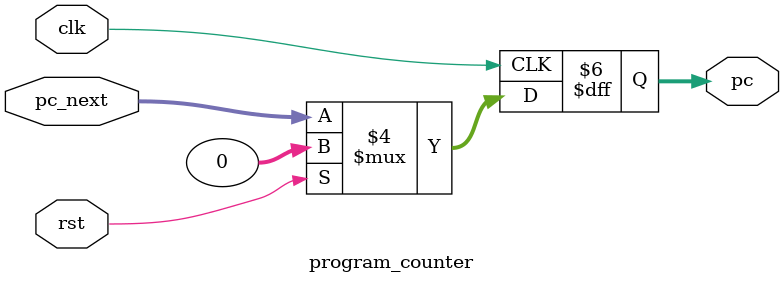
<source format=v>
module program_counter (
    input clk,
    input rst,
    input [31:0] pc_next,
    output reg [31:0] pc
);

    initial begin
        pc = 32'd0;
    end

    always @(posedge clk) begin
        if (rst) begin
            pc <= 32'd0;
        end else begin
            pc <= pc_next;
        end
    end

endmodule

</source>
